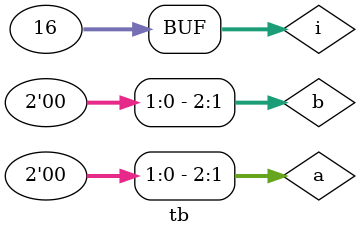
<source format=v>
module adder3(

    input [2:0] a,
    input [2:0] b,
    input       cin,
    output [2:0] cout,
    output [2:0] sum

);

    

    adder u0(.a(a[0]), .b(b[0]), .cin(cin),     .sum(sum[0]), .cout(cout[0]));
    adder u1(.a(a[1]), .b(b[1]), .cin(cout[0]), .sum(sum[1]), .cout(cout[1]));
    adder u2(.a(a[2]), .b(b[2]), .cin(cout[1]), .sum(sum[2]), .cout(cout[2]));

    
    
endmodule

module adder(
    input a,
    input b,
    input cin,
    output cout,
    output sum

);

    assign {cout, sum} = a + b + cin;

endmodule

module tb;

    reg [2:0] a;
    reg [2:0] b;
    reg      cin;
    wire [2:0] cout;
    wire [2:0] sum;

    adder3 u0(.a(a), .b(b), .cin(cin), .cout(cout), .sum(sum));

    integer i;

    initial begin
        $display("a\tb\tcin\tcout\tsum");
        $monitor("%b\t%b\t%b\t%b\t%b", a, b, cin, cout, sum);

    end

    initial begin

        a   = 0;
        b   = 0;
        cin = 0;
      
        for (i = 0; i <16; i = i + 1) begin 
            #10
            a = $random;
            b = $random;
            cin = $random;
        end
    end 

    initial begin
        $dumpfile("adder3.vcd");
        $dumpvars;
    end
endmodule
</source>
